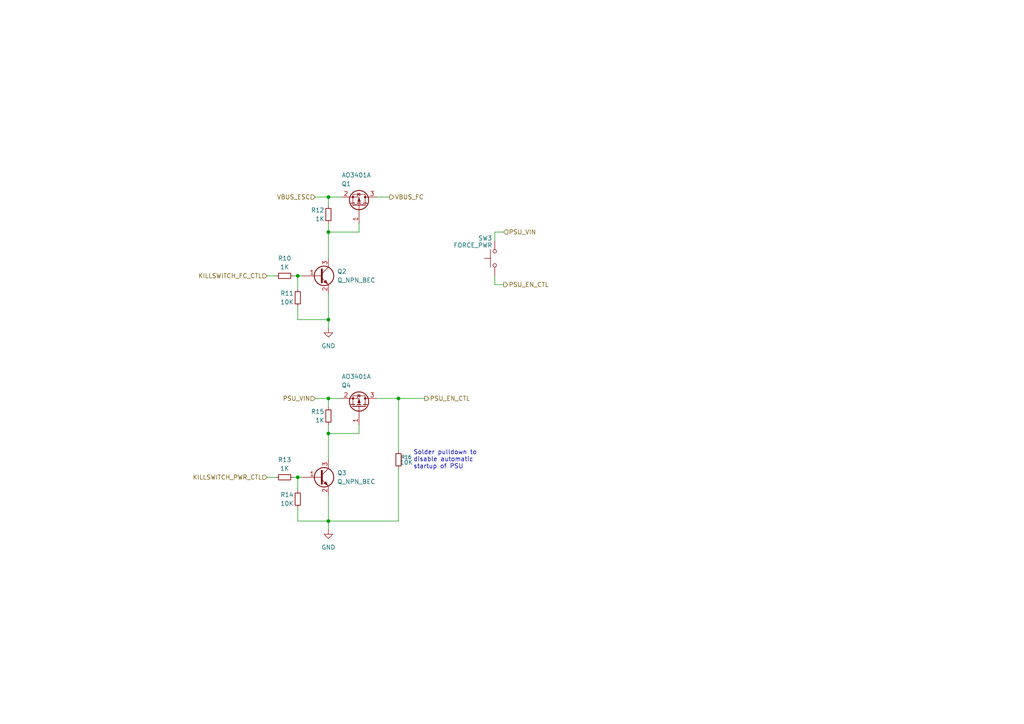
<source format=kicad_sch>
(kicad_sch (version 20250114) (generator "eeschema") (generator_version "9.0")
  (paper "A4")
  (lib_symbols
    (symbol "Device:Q_NPN_BEC" (pin_names (offset 0) (hide yes))
      (property "Reference" "Q" (at 5.08 1.27 0))
      (property "Value" "Q_NPN_BEC" (at 5.08 -1.27 0))
      (symbol "Q_NPN_BEC_0_1"
        (polyline (pts (xy 0.635 1.905) (xy 0.635 -1.905) (xy 0.635 -1.905)) (stroke (width 0.508)))
        (polyline (pts (xy 0.635 0.635) (xy 2.54 2.54)))
        (polyline (pts (xy 0.635 -0.635) (xy 2.54 -2.54) (xy 2.54 -2.54)))
        (circle (center 1.27 0) (radius 2.8194) (stroke (width 0.254)))
        (polyline (pts (xy 1.27 -1.778) (xy 1.778 -1.27) (xy 2.286 -2.286) (xy 1.27 -1.778) (xy 1.27 -1.778)) (fill (type outline)))
      )
      (symbol "Q_NPN_BEC_1_1"
        (pin input line (at -5.08 0 0) (length 5.715) (name "B") (number "1"))
        (pin passive line (at 2.54 5.08 270) (length 2.54) (name "C") (number "3"))
        (pin passive line (at 2.54 -5.08 90) (length 2.54) (name "E") (number "2"))
      )
    )
    (symbol "Device:R_Small" (pin_numbers (hide yes)) (pin_names (offset 0.254) (hide yes))
      (property "Reference" "R" (at 0.762 0.508 0))
      (property "Value" "R_Small" (at 0.762 -1.016 0))
      (symbol "R_Small_0_1"
        (rectangle (start -0.762 1.778) (end 0.762 -1.778) (stroke (width 0.2032)))
      )
      (symbol "R_Small_1_1"
        (pin passive line (at 0 2.54 270) (length 0.762) (name "~") (number "1"))
        (pin passive line (at 0 -2.54 90) (length 0.762) (name "~") (number "2"))
      )
    )
    (symbol "Switch:SW_Push" (pin_numbers (hide yes)) (pin_names (offset 1.016) (hide yes))
      (property "Reference" "SW" (at 1.27 2.54 0))
      (property "Value" "SW_Push" (at 0 -1.524 0))
      (symbol "SW_Push_0_1"
        (circle (center -2.032 0) (radius 0.508))
        (polyline (pts (xy 0 1.27) (xy 0 3.048)))
        (circle (center 2.032 0) (radius 0.508))
        (polyline (pts (xy 2.54 1.27) (xy -2.54 1.27)))
        (pin passive line (at -5.08 0 0) (length 2.54) (name "1") (number "1"))
        (pin passive line (at 5.08 0 180) (length 2.54) (name "2") (number "2"))
      )
    )
    (symbol "Transistor_FET:AO3401A" (pin_names (hide yes))
      (property "Reference" "Q" (at 5.08 1.905 0))
      (property "Value" "AO3401A" (at 5.08 0 0))
      (symbol "AO3401A_0_1"
        (polyline (pts (xy 0.254 1.905) (xy 0.254 -1.905)) (stroke (width 0.254)))
        (polyline (pts (xy 0.254 0) (xy -2.54 0)))
        (polyline (pts (xy 0.762 2.286) (xy 0.762 1.27)) (stroke (width 0.254)))
        (polyline (pts (xy 0.762 1.778) (xy 3.302 1.778) (xy 3.302 -1.778) (xy 0.762 -1.778)))
        (polyline (pts (xy 0.762 0.508) (xy 0.762 -0.508)) (stroke (width 0.254)))
        (polyline (pts (xy 0.762 -1.27) (xy 0.762 -2.286)) (stroke (width 0.254)))
        (circle (center 1.651 0) (radius 2.794) (stroke (width 0.254)))
        (polyline (pts (xy 2.286 0) (xy 1.27 0.381) (xy 1.27 -0.381) (xy 2.286 0)) (fill (type outline)))
        (polyline (pts (xy 2.54 2.54) (xy 2.54 1.778)))
        (circle (center 2.54 1.778) (radius 0.254) (fill (type outline)))
        (circle (center 2.54 -1.778) (radius 0.254) (fill (type outline)))
        (polyline (pts (xy 2.54 -2.54) (xy 2.54 0) (xy 0.762 0)))
        (polyline (pts (xy 2.794 -0.508) (xy 2.921 -0.381) (xy 3.683 -0.381) (xy 3.81 -0.254)))
        (polyline (pts (xy 3.302 -0.381) (xy 2.921 0.254) (xy 3.683 0.254) (xy 3.302 -0.381)))
      )
      (symbol "AO3401A_1_1"
        (pin input line (at -5.08 0 0) (length 2.54) (name "G") (number "1"))
        (pin passive line (at 2.54 5.08 270) (length 2.54) (name "D") (number "3"))
        (pin passive line (at 2.54 -5.08 90) (length 2.54) (name "S") (number "2"))
      )
    )
    (symbol "power:GND" (power) (pin_names (offset 0))
      (property "Value" "GND" (at 0 -3.81 0))
      (symbol "GND_0_1"
        (polyline (pts (xy 0 0) (xy 0 -1.27) (xy 1.27 -1.27) (xy 0 -2.54) (xy -1.27 -1.27) (xy 0 -1.27)))
      )
      (symbol "GND_1_1"
        (pin power_in line (at 0 0 270) (length 0) (hide yes) (name "GND") (number "1"))
      )
    )
  )
  (text "Solder pulldown to \ndisable automatic \nstartup of PSU" (at 119.888 133.35 0) (effects (font (size 1.27 1.27)) (justify left)))
  (junction (at 95.25 125.73))
  (junction (at 115.57 115.57))
  (junction (at 95.25 67.31))
  (junction (at 95.25 151.13))
  (junction (at 95.25 115.57))
  (junction (at 95.25 57.15))
  (junction (at 95.25 92.71))
  (junction (at 86.36 138.43))
  (junction (at 86.36 80.01))
  (wire (pts (xy 95.25 115.57) (xy 95.25 118.11)))
  (wire (pts (xy 95.25 92.71) (xy 95.25 95.25)))
  (wire (pts (xy 143.51 67.31) (xy 143.51 69.85)))
  (wire (pts (xy 95.25 67.31) (xy 95.25 74.93)))
  (wire (pts (xy 86.36 138.43) (xy 86.36 142.24)))
  (wire (pts (xy 95.25 123.19) (xy 95.25 125.73)))
  (wire (pts (xy 86.36 92.71) (xy 95.25 92.71)))
  (wire (pts (xy 86.36 138.43) (xy 87.63 138.43)))
  (wire (pts (xy 115.57 115.57) (xy 123.19 115.57)))
  (wire (pts (xy 115.57 135.89) (xy 115.57 151.13)))
  (wire (pts (xy 77.47 80.01) (xy 80.01 80.01)))
  (wire (pts (xy 109.22 115.57) (xy 115.57 115.57)))
  (wire (pts (xy 91.44 57.15) (xy 95.25 57.15)))
  (wire (pts (xy 95.25 125.73) (xy 95.25 133.35)))
  (wire (pts (xy 95.25 67.31) (xy 104.14 67.31)))
  (wire (pts (xy 86.36 80.01) (xy 86.36 83.82)))
  (wire (pts (xy 143.51 82.55) (xy 146.05 82.55)))
  (wire (pts (xy 91.44 115.57) (xy 95.25 115.57)))
  (wire (pts (xy 86.36 147.32) (xy 86.36 151.13)))
  (wire (pts (xy 115.57 151.13) (xy 95.25 151.13)))
  (wire (pts (xy 86.36 88.9) (xy 86.36 92.71)))
  (wire (pts (xy 146.05 67.31) (xy 143.51 67.31)))
  (wire (pts (xy 95.25 57.15) (xy 95.25 59.69)))
  (wire (pts (xy 109.22 57.15) (xy 113.03 57.15)))
  (wire (pts (xy 95.25 64.77) (xy 95.25 67.31)))
  (wire (pts (xy 86.36 151.13) (xy 95.25 151.13)))
  (wire (pts (xy 95.25 115.57) (xy 99.06 115.57)))
  (wire (pts (xy 104.14 125.73) (xy 104.14 123.19)))
  (wire (pts (xy 86.36 80.01) (xy 87.63 80.01)))
  (wire (pts (xy 77.47 138.43) (xy 80.01 138.43)))
  (wire (pts (xy 85.09 138.43) (xy 86.36 138.43)))
  (wire (pts (xy 95.25 125.73) (xy 104.14 125.73)))
  (wire (pts (xy 95.25 85.09) (xy 95.25 92.71)))
  (wire (pts (xy 95.25 151.13) (xy 95.25 153.67)))
  (wire (pts (xy 115.57 115.57) (xy 115.57 130.81)))
  (wire (pts (xy 143.51 80.01) (xy 143.51 82.55)))
  (wire (pts (xy 104.14 67.31) (xy 104.14 64.77)))
  (wire (pts (xy 95.25 143.51) (xy 95.25 151.13)))
  (wire (pts (xy 95.25 57.15) (xy 99.06 57.15)))
  (wire (pts (xy 85.09 80.01) (xy 86.36 80.01)))
  (hierarchical_label "PSU_VIN" (shape input) (at 91.44 115.57 180))
  (hierarchical_label "PSU_VIN" (shape input) (at 146.05 67.31 0))
  (hierarchical_label "VBUS_ESC" (shape input) (at 91.44 57.15 180))
  (hierarchical_label "KILLSWITCH_FC_CTL" (shape input) (at 77.47 80.01 180))
  (hierarchical_label "PSU_EN_CTL" (shape output) (at 123.19 115.57 0))
  (hierarchical_label "VBUS_FC" (shape output) (at 113.03 57.15 0))
  (hierarchical_label "PSU_EN_CTL" (shape output) (at 146.05 82.55 0))
  (hierarchical_label "KILLSWITCH_PWR_CTL" (shape input) (at 77.47 138.43 180))
  (symbol (lib_id "Device:R_Small") (at 86.36 144.78 0) (unit 1)
    (property "Reference" "R14" (at 81.28 143.51 0) (effects (justify left)))
    (property "Value" "10K" (at 81.28 146.05 0) (effects (justify left)))
    (property "Footprint" "Resistor_SMD:R_0805_2012Metric_Pad1.20x1.40mm_HandSolder" (effects (hide yes)))
  )
  (symbol (lib_id "Device:R_Small") (at 82.55 138.43 90) (unit 1)
    (property "Reference" "R13" (at 82.55 133.35 90))
    (property "Value" "1K" (at 82.55 135.89 90))
    (property "Footprint" "Resistor_SMD:R_0805_2012Metric_Pad1.20x1.40mm_HandSolder" (effects (hide yes)))
  )
  (symbol (lib_id "Transistor_FET:AO3401A") (at 104.14 59.69 270) (mirror x) (unit 1)
    (property "Reference" "Q1" (at 99.06 53.34 90) (effects (justify left)))
    (property "Value" "AO3401A" (at 99.06 50.8 90) (effects (justify left)))
    (property "Footprint" "Package_TO_SOT_SMD:SOT-23" (effects (hide yes)))
    (property "Datasheet" "http://www.aosmd.com/pdfs/datasheet/AO3401A.pdf" (effects (hide yes)))
  )
  (symbol (lib_id "Device:R_Small") (at 95.25 120.65 0) (unit 1)
    (property "Reference" "R15" (at 90.17 119.38 0) (effects (justify left)))
    (property "Value" "1K" (at 91.44 121.92 0) (effects (justify left)))
    (property "Footprint" "Resistor_SMD:R_0805_2012Metric_Pad1.20x1.40mm_HandSolder" (effects (hide yes)))
  )
  (symbol (lib_id "power:GND") (at 95.25 95.25 0) (unit 1)
    (property "Reference" "#PWR013" (effects (hide yes)))
    (property "Value" "GND" (at 95.25 100.33 0))
  )
  (symbol (lib_id "Device:Q_NPN_BEC") (at 92.71 80.01 0) (unit 1)
    (property "Reference" "Q2" (at 97.79 78.74 0) (effects (justify left)))
    (property "Value" "Q_NPN_BEC" (at 97.79 81.28 0) (effects (justify left)))
    (property "Footprint" "Package_TO_SOT_SMD:SOT-23" (effects (hide yes)))
  )
  (symbol (lib_id "Device:R_Small") (at 86.36 86.36 0) (unit 1)
    (property "Reference" "R11" (at 81.28 85.09 0) (effects (justify left)))
    (property "Value" "10K" (at 81.28 87.63 0) (effects (justify left)))
    (property "Footprint" "Resistor_SMD:R_0805_2012Metric_Pad1.20x1.40mm_HandSolder" (effects (hide yes)))
  )
  (symbol (lib_id "Transistor_FET:AO3401A") (at 104.14 118.11 270) (mirror x) (unit 1)
    (property "Reference" "Q4" (at 99.06 111.76 90) (effects (justify left)))
    (property "Value" "AO3401A" (at 99.06 109.22 90) (effects (justify left)))
    (property "Footprint" "Package_TO_SOT_SMD:SOT-23" (effects (hide yes)))
    (property "Datasheet" "http://www.aosmd.com/pdfs/datasheet/AO3401A.pdf" (effects (hide yes)))
  )
  (symbol (lib_id "Device:R_Small") (at 115.57 133.35 0) (unit 1)
    (property "Reference" "R16" (at 117.856 132.588 0) (effects (font (size 1.016 1.016))))
    (property "Value" "10K" (at 117.856 134.112 0))
    (property "Footprint" "Resistor_SMD:R_0805_2012Metric_Pad1.20x1.40mm_HandSolder" (effects (hide yes)))
    (property "Description" "Resistor, small symbol" (effects (hide yes)))
  )
  (symbol (lib_id "power:GND") (at 95.25 153.67 0) (unit 1)
    (property "Reference" "#PWR011" (effects (hide yes)))
    (property "Value" "GND" (at 95.25 158.75 0))
  )
  (symbol (lib_id "Device:R_Small") (at 82.55 80.01 90) (unit 1)
    (property "Reference" "R10" (at 82.55 74.93 90))
    (property "Value" "1K" (at 82.55 77.47 90))
    (property "Footprint" "Resistor_SMD:R_0805_2012Metric_Pad1.20x1.40mm_HandSolder" (effects (hide yes)))
  )
  (symbol (lib_id "Switch:SW_Push") (at 143.51 74.93 90) (unit 1)
    (property "Reference" "SW3" (at 140.716 69.088 90))
    (property "Value" "FORCE_PWR" (at 137.16 71.12 90))
    (property "Footprint" "Button_Switch_SMD:SW_Push_1P1T_NO_CK_KMR2" (effects (hide yes)))
    (property "Description" "Push button switch, generic, two pins" (effects (hide yes)))
    (property "Field4" "Farnell" (effects (hide yes)))
    (property "Field5" "1201424" (effects (hide yes)))
    (property "Field6" "KMR221G LFS" (effects (hide yes)))
    (property "Field7" "C&K COMPONENTS" (effects (hide yes)))
    (property "Part Description" "Tactile Switch, KMR 2 Series, Top Actuated, Surface Mount, Oval Button, 200 gf, 50mA at 32VDC " (effects (hide yes)))
  )
  (symbol (lib_id "Device:R_Small") (at 95.25 62.23 0) (unit 1)
    (property "Reference" "R12" (at 90.17 60.96 0) (effects (justify left)))
    (property "Value" "1K" (at 91.44 63.5 0) (effects (justify left)))
    (property "Footprint" "Resistor_SMD:R_0805_2012Metric_Pad1.20x1.40mm_HandSolder" (effects (hide yes)))
  )
  (symbol (lib_id "Device:Q_NPN_BEC") (at 92.71 138.43 0) (unit 1)
    (property "Reference" "Q3" (at 97.79 137.16 0) (effects (justify left)))
    (property "Value" "Q_NPN_BEC" (at 97.79 139.7 0) (effects (justify left)))
    (property "Footprint" "Package_TO_SOT_SMD:SOT-23" (effects (hide yes)))
  )
)
</source>
